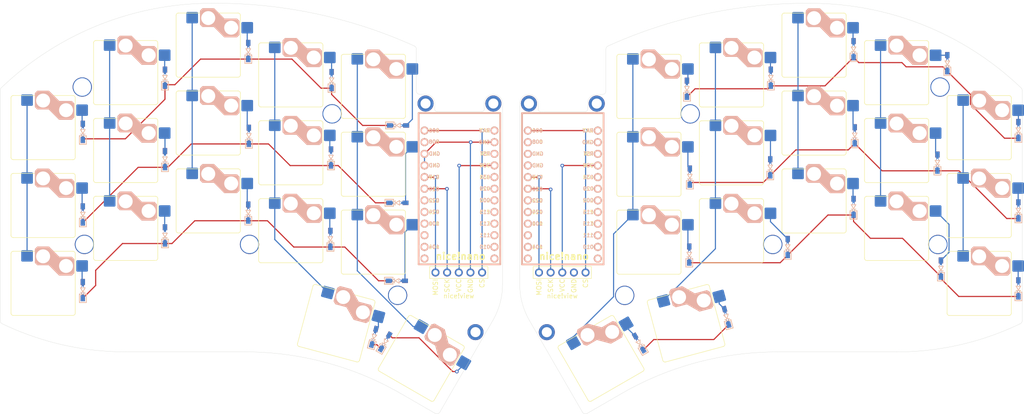
<source format=kicad_pcb>
(kicad_pcb (version 20211014) (generator pcbnew)
  (layers (0 "F.Cu" signal) (31 "B.Cu" signal) (34 "B.Paste" user) (35 "F.Paste" user) (36 "B.SilkS" user "B.Silkscreen") (37 "F.SilkS" user "F.Silkscreen") (38 "B.Mask" user) (39 "F.Mask" user) (44 "Edge.Cuts" user))
  (net 0 "")
  (net 1 "ROW0")
  (net 2 "Net-(D1-Pad2)")
  (net 3 "Net-(D2-Pad2)")
  (net 4 "Net-(D3-Pad2)")
  (net 5 "Net-(D4-Pad2)")
  (net 6 "Net-(D5-Pad2)")
  (net 7 "ROW1")
  (net 8 "Net-(D6-Pad2)")
  (net 9 "Net-(D7-Pad2)")
  (net 10 "Net-(D8-Pad2)")
  (net 11 "Net-(D9-Pad2)")
  (net 12 "Net-(D10-Pad2)")
  (net 13 "ROW2")
  (net 14 "Net-(D11-Pad2)")
  (net 15 "Net-(D12-Pad2)")
  (net 16 "Net-(D13-Pad2)")
  (net 17 "Net-(D14-Pad2)")
  (net 18 "Net-(D15-Pad2)")
  (net 19 "ROW3")
  (net 20 "Net-(D16-Pad2)")
  (net 21 "Net-(D17-Pad2)")
  (net 22 "Net-(D18-Pad2)")
  (net 23 "Net-(D19-Pad2)")
  (net 24 "Net-(D20-Pad2)")
  (net 25 "Net-(D21-Pad2)")
  (net 26 "Net-(D22-Pad2)")
  (net 27 "Net-(D23-Pad2)")
  (net 28 "Net-(D24-Pad2)")
  (net 29 "Net-(D25-Pad2)")
  (net 30 "Net-(D26-Pad2)")
  (net 31 "Net-(D27-Pad2)")
  (net 32 "Net-(D28-Pad2)")
  (net 33 "Net-(D29-Pad2)")
  (net 34 "Net-(D30-Pad2)")
  (net 35 "Net-(D31-Pad2)")
  (net 36 "Net-(D32-Pad2)")
  (net 37 "Net-(D33-Pad2)")
  (net 38 "Net-(D34-Pad2)")
  (net 39 "COL0")
  (net 40 "COL1")
  (net 41 "COL2")
  (net 42 "COL3")
  (net 43 "COL4")
  (net 44 "NVCS")
  (net 46 "GND")
  (net 47 "MOSI")
  (net 48 "SCK")
  (net 61 "+3V3")
  (net 84 "R_MOSI")
  (net 85 "R_SCK")
  (net 86 "R_3V3")
  (net 87 "R_GND")
  (net 88 "R_NVCS")
  (net 89 "R_ROW0")
  (net 90 "R_ROW1")
  (net 91 "R_ROW2")
  (net 92 "R_ROW3")
  (net 93 "R_COL0")
  (net 94 "R_COL1")
  (net 95 "R_COL2")
  (net 96 "R_COL3")
  (net 97 "R_COL4")
  (footprint "* duckyb-collection:SMD_Diode_Tiny" (layer "F.Cu") (at 188.214 35.306 90)
    (fp_text reference "D19" hide)
    (fp_text value "diode" hide)
  )
  (footprint "* duckyb-collection:SMD_Diode_Tiny" (layer "F.Cu") (at 226.695 32.131 90)
    (fp_text reference "D21" hide)
    (fp_text value "diode" hide)
  )
  (footprint "* duckyb-collection:SW_Hotswap_Kailh_Choc_V1_tweaked" (layer "F.Cu") (at 29.567 63.189499)
    (fp_text reference "SW6")
    (fp_text value "Kailh-Choc")
  )
  (footprint "* duckyb-collection:SMD_Diode_Tiny" (layer "F.Cu") (at 224.536 53.848 90)
    (fp_text reference "D26" hide)
    (fp_text value "diode" hide)
  )
  (footprint "* duckyb-collection:SW_Hotswap_Kailh_Choc_V1_tweaked" (layer "F.Cu") (at 179.637753 34.699974)
    (fp_text reference "SW19")
    (fp_text value "Kailh-Choc")
  )
  (footprint "* duckyb-collection:SW_Hotswap_Kailh_Choc_V1_tweaked" (layer "F.Cu") (at 47.567003 68.189504)
    (fp_text reference "SW12")
    (fp_text value "Kailh-Choc")
  )
  (footprint "* duckyb-collection:SMD_Diode_Tiny" (layer "F.Cu") (at 159.512 93.218 120)
    (fp_text reference "D33" hide)
    (fp_text value "diode" hide)
  )
  (footprint "* duckyb-collection:SW_Hotswap_Kailh_Choc_V1_tweaked" (layer "F.Cu") (at 233.636756 63.200468)
    (fp_text reference "SW27")
    (fp_text value "Kailh-Choc")
  )
  (footprint "* duckyb-collection:SMD_Diode_Tiny" (layer "F.Cu") (at 106.807 62.611)
    (fp_text reference "D10" hide)
    (fp_text value "diode" hide)
  )
  (footprint "swoop:M2_hole_4.2mm" (layer "F.Cu") (at 74.567002 71.688999)
    (fp_text reference "H4" hide)
    (fp_text value "M2 Hole" hide)
  )
  (footprint "chocolad:M2_hole_3.5mm" (layer "F.Cu") (at 112.941827 40.939627)
    (fp_text reference "Ref**" hide)
    (fp_text value "Val**" hide)
  )
  (footprint "* duckyb-collection:SW_Hotswap_Kailh_Choc_V1_tweaked" (layer "F.Cu") (at 197.636754 45.199969)
    (fp_text reference "SW25")
    (fp_text value "Kailh-Choc")
  )
  (footprint "* duckyb-collection:SMD_Diode_Tiny" (layer "F.Cu") (at 188.087 54.864 90)
    (fp_text reference "D24" hide)
    (fp_text value "diode" hide)
  )
  (footprint "* duckyb-collection:SMD_Diode_Tiny" (layer "F.Cu") (at 170.561 56.896 90)
    (fp_text reference "D23" hide)
    (fp_text value "diode" hide)
  )
  (footprint "* duckyb-collection:SMD_Diode_Tiny" (layer "F.Cu") (at 169.926 37.719 90)
    (fp_text reference "D18" hide)
    (fp_text value "diode" hide)
  )
  (footprint "* duckyb-collection:nice_view" (layer "F.Cu") (at 120.1852 61.341)
    (fp_text reference "Display1")
    (fp_text value "nice!view")
  )
  (footprint "* duckyb-collection:SMD_Diode_Tiny" (layer "F.Cu") (at 38.227 47.117 90)
    (fp_text reference "D1" hide)
    (fp_text value "diode" hide)
  )
  (footprint "* duckyb-collection:SMD_Diode_Tiny" (layer "F.Cu") (at 106.934 45.72)
    (fp_text reference "D5" hide)
    (fp_text value "diode" hide)
  )
  (footprint "* duckyb-collection:SW_Hotswap_Kailh_Choc_V1_tweaked" (layer "F.Cu") (at 215.636753 51.200467)
    (fp_text reference "SW26")
    (fp_text value "Kailh-Choc")
  )
  (footprint "* duckyb-collection:SW_Hotswap_Kailh_Choc_V1_tweaked" (layer "F.Cu") (at 101.567002 54.189005)
    (fp_text reference "SW10")
    (fp_text value "Kailh-Choc")
  )
  (footprint "* duckyb-collection:SW_Hotswap_Kailh_Choc_V1_tweaked" (layer "F.Cu") (at 83.566 68.689001)
    (fp_text reference "SW14")
    (fp_text value "Kailh-Choc")
  )
  (footprint "* duckyb-collection:SW_Hotswap_Kailh_Choc_V1_tweaked" (layer "F.Cu") (at 233.636758 46.200471)
    (fp_text reference "SW22")
    (fp_text value "Kailh-Choc")
  )
  (footprint "* duckyb-collection:SW_Hotswap_Kailh_Choc_V1_tweaked" (layer "F.Cu") (at 215.636753 68.200473)
    (fp_text reference "SW31")
    (fp_text value "Kailh-Choc")
  )
  (footprint "swoop:M2_hole_3.5mm" (layer "F.Cu") (at 123.828178 90.837404)
    (fp_text reference "Ref**" hide)
    (fp_text value "Val**" hide)
  )
  (footprint "* duckyb-collection:SW_Hotswap_Kailh_Choc_V1_tweaked" (layer "F.Cu") (at 233.636754 80.200471)
    (fp_text reference "SW32")
    (fp_text value "Kailh-Choc")
  )
  (footprint "* duckyb-collection:SMD_Diode_Tiny" (layer "F.Cu") (at 106.68 79.629)
    (fp_text reference "D15" hide)
    (fp_text value "diode" hide)
  )
  (footprint "* duckyb-collection:SMD_Diode_Tiny" (layer "F.Cu") (at 92.329 52.705 90)
    (fp_text reference "D9" hide)
    (fp_text value "diode" hide)
  )
  (footprint "swoop:M2_hole_4.2mm" (layer "F.Cu") (at 92.566001 43.189004)
    (fp_text reference "H3" hide)
    (fp_text value "M2 Hole" hide)
  )
  (footprint "* duckyb-collection:SMD_Diode_Tiny" (layer "F.Cu") (at 206.502 47.879 90)
    (fp_text reference "D25" hide)
    (fp_text value "diode" hide)
  )
  (footprint "* duckyb-collection:SW_Hotswap_Kailh_Choc_V1_tweaked" (layer "F.Cu") (at 197.636757 28.199972)
    (fp_text reference "SW20")
    (fp_text value "Kailh-Choc")
  )
  (footprint "* duckyb-collection:SW_Hotswap_Kailh_Choc_V1_tweaked" (layer "F.Cu") (at 161.636754 54.199974)
    (fp_text reference "SW23")
    (fp_text value "Kailh-Choc")
  )
  (footprint "* duckyb-collection:SMD_Diode_Tiny" (layer "F.Cu") (at 242.189 46.736 90)
    (fp_text reference "D22" hide)
    (fp_text value "diode" hide)
  )
  (footprint "* duckyb-collection:SW_Hotswap_Kailh_Choc_V1_tweaked" (layer "F.Cu") (at 47.567003 51.189498)
    (fp_text reference "SW7")
    (fp_text value "Kailh-Choc")
  )
  (footprint "* duckyb-collection:SW_Hotswap_Kailh_Choc_V1_tweaked" (layer "F.Cu") (at 112.003966 96.567622 -30)
    (fp_text reference "SW17")
    (fp_text value "Kailh-Choc")
  )
  (footprint "* duckyb-collection:SMD_Diode_Tiny" (layer "F.Cu") (at 92.456 35.814 90)
    (fp_text reference "D4" hide)
    (fp_text value "diode" hide)
  )
  (footprint "* duckyb-collection:SW_Hotswap_Kailh_Choc_V1_tweaked" (layer "F.Cu") (at 169.737713 88.899671 15)
    (fp_text reference "SW34")
    (fp_text value "Kailh-Choc")
  )
  (footprint "* duckyb-collection:SW_Hotswap_Kailh_Choc_V1_tweaked" (layer "F.Cu") (at 65.567002 45.189)
    (fp_text reference "SW8")
    (fp_text value "Kailh-Choc")
  )
  (footprint "* duckyb-collection:SMD_Diode_Tiny" (layer "F.Cu") (at 242.189 64.262 90)
    (fp_text reference "D27" hide)
    (fp_text value "diode" hide)
  )
  (footprint "* duckyb-collection:SW_Hotswap_Kailh_Choc_V1_tweaked" (layer "F.Cu") (at 161.636754 37.199971)
    (fp_text reference "SW18")
    (fp_text value "Kailh-Choc")
  )
  (footprint "* duckyb-collection:SMD_Diode_Tiny" (layer "F.Cu") (at 242.189 81.28 90)
    (fp_text reference "D32" hide)
    (fp_text value "diode" hide)
  )
  (footprint "* duckyb-collection:SW_Hotswap_Kailh_Choc_V1_tweaked" (layer "F.Cu") (at 65.567002 62.189001)
    (fp_text reference "SW13")
    (fp_text value "Kailh-Choc")
  )
  (footprint "* duckyb-collection:SW_Hotswap_Kailh_Choc_V1_tweaked" (layer "F.Cu") (at 101.567005 71.188999)
    (fp_text reference "SW15")
    (fp_text value "Kailh-Choc")
  )
  (footprint "* duckyb-collection:SMD_Diode_Tiny" (layer "F.Cu") (at 104.14 92.964 60)
    (fp_text reference "D17" hide)
    (fp_text value "diode" hide)
  )
  (footprint "* duckyb-collection:SMD_Diode_Tiny" (layer "F.Cu") (at 38.227 81.661 90)
    (fp_text reference "D11" hide)
    (fp_text value "diode" hide)
  )
  (footprint "* duckyb-collection:SMD_Diode_Tiny" (layer "F.Cu") (at 191.897 72.266 90)
    (fp_text reference "D29" hide)
    (fp_text value "diode" hide)
  )
  (footprint "* duckyb-collection:nice_nano" (layer "F.Cu") (at 142.871726 60.813636 -90)
    (fp_text reference "U2" hide)
    (fp_text value "nice_nano" hide)
  )
  (footprint "* duckyb-collection:SMD_Diode_Tiny" (layer "F.Cu") (at 56.134 35.306 90)
    (fp_text reference "D2" hide)
    (fp_text value "diode" hide)
  )
  (footprint "* duckyb-collection:SMD_Diode_Tiny" (layer "F.Cu") (at 74.422 47.986 90)
    (fp_text reference "D8" hide)
    (fp_text value "diode" hide)
  )
  (footprint "* duckyb-collection:SMD_Diode_Tiny" (layer "F.Cu") (at 101.678903 91.869098 75)
    (fp_text reference "D16" hide)
    (fp_text value "diode" hide)
  )
  (footprint "* duckyb-collection:SMD_Diode_Tiny" (layer "F.Cu") (at 178.562 87.503 105)
    (fp_text reference "D34" hide)
    (fp_text value "diode" hide)
  )
  (footprint "* duckyb-collection:SW_Hotswap_Kailh_Choc_V1_tweaked" (layer "F.Cu") (at 179.637756 68.69997)
    (fp_text reference "SW29")
    (fp_text value "Kailh-Choc")
  )
  (footprint "* duckyb-collection:SMD_Diode_Tiny" (layer "F.Cu") (at 206.248 29.083 90)
    (fp_text reference "D20" hide)
    (fp_text value "diode" hide)
  )
  (footprint "* duckyb-collection:SW_Hotswap_Kailh_Choc_V1_tweaked" (layer "F.Cu") (at 83.566 51.689)
    (fp_text reference "SW9")
    (fp_text value "Kailh-Choc")
  )
  (footprint "* duckyb-collection:SW_Hotswap_Kailh_Choc_V1_tweaked" (layer "F.Cu") (at 101.567002 37.189002)
    (fp_text reference "SW5")
    (fp_text value "Kailh-Choc")
  )
  (footprint "* duckyb-collection:SMD_Diode_Tiny" (layer "F.Cu") (at 74.295 29.464 90)
    (fp_text reference "D3" hide)
    (fp_text value "diode" hide)
  )
  (footprint "* duckyb-collection:SMD_Diode_Tiny" (layer "F.Cu") (at 92.202 70.485 90)
    (fp_text reference "D14" hide)
    (fp_text value "diode" hide)
  )
  (footprint "* duckyb-collection:SMD_Diode_Tiny" (layer "F.Cu") (at 206.248 63.5 90)
    (fp_text reference "D30" hide)
    (fp_text value "diode" hide)
  )
  (footprint "swoop:M2_hole_4.2mm" (layer "F.Cu") (at 106.848157 82.799433)
    (fp_text reference "H4" hide)
    (fp_text value "M2 Hole" hide)
  )
  (footprint "* duckyb-collection:SMD_Diode_Tiny" (layer "F.Cu") (at 74.295 64.75 90)
    (fp_text reference "D13" hide)
    (fp_text value "diode" hide)
  )
  (footprint "* duckyb-collection:SMD_Diode_Tiny" (layer "F.Cu") (at 56.134 69.723 90)
    (fp_text reference "D12" hide)
    (fp_text value "diode" hide)
  )
  (footprint "* duckyb-collection:SMD_Diode_Tiny" (layer "F.Cu") (at 170.434 73.914 90)
    (fp_text reference "D28" hide)
    (fp_text value "diode" hide)
  )
  (footprint "* duckyb-collection:SW_Hotswap_Kailh_Choc_V1_tweaked" (layer "F.Cu") (at 29.567002 80.189502)
    (fp_text reference "SW11")
    (fp_text value "Kailh-Choc")
  )
  (footprint "* duckyb-collection:SMD_Diode_Tiny" (layer "F.Cu") (at 56.134 53.086 90)
    (fp_text reference "D7" hide)
    (fp_text value "diode" hide)
  )
  (footprint "* duckyb-collection:SW_Hotswap_Kailh_Choc_V1_tweaked" (layer "F.Cu") (at 215.636755 34.200472)
    (fp_text reference "SW21")
    (fp_text value "Kailh-Choc")
  )
  (footprint "* duckyb-collection:SMD_Diode_Tiny" (layer "F.Cu") (at 225.298 76.962 90)
    (fp_text reference "D31" hide)
    (fp_text value "diode" hide)
  )
  (footprint "* duckyb-collection:SW_Hotswap_Kailh_Choc_V1_tweaked" (layer "F.Cu") (at 151.19979 96.578591 30)
    (fp_text reference "SW33")
    (fp_text value "Kailh-Choc")
  )
  (footprint "swoop:M2_hole_4.2mm" (layer "F.Cu") (at 38.1 37.338)
    (fp_text reference "H1" hide)
    (fp_text value "M2 Hole" hide)
  )
  (footprint "* duckyb-collection:SW_Hotswap_Kailh_Choc_V1_tweaked" (layer "F.Cu") (at 179.637756 51.699969)
    (fp_text reference "SW24")
    (fp_text value "Kailh-Choc")
  )
  (footprint "* duckyb-collection:nice_view" (layer "F.Cu") (at 142.748 61.341)
    (fp_text reference "Display2")
    (fp_text value "nice!view")
  )
  (footprint "chocolad:M2_hole_3.5mm" (layer "F.Cu") (at 127.723149 40.93917)
    (fp_text reference "Ref**" hide)
    (fp_text value "Val**" hide)
  )
  (footprint "* duckyb-collection:SW_Hotswap_Kailh_Choc_V1_tweaked" (layer "F.Cu") (at 83.566003 34.689005)
    (fp_text reference "SW4")
    (fp_text value "Kailh-Choc")
  )
  (footprint "* duckyb-collection:SW_Hotswap_Kailh_Choc_V1_tweaked" (layer "F.Cu") (at 47.567001 34.189503)
    (fp_text reference "SW2")
    (fp_text value "Kailh-Choc")
  )
  (footprint "* duckyb-collection:SW_Hotswap_Kailh_Choc_V1_tweaked" (layer "F.Cu") (at 197.636754 62.19997)
    (fp_text reference "SW30")
    (fp_text value "Kailh-Choc")
  )
  (footprint "swoop:M2_hole_4.2mm" (layer "F.Cu") (at 38.567002 71.6895)
    (fp_text reference "H2" hide)
    (fp_text value "M2 Hole" hide)
  )
  (footprint "* duckyb-collection:SW_Hotswap_Kailh_Choc_V1_tweaked" (layer "F.Cu") (at 93.466043 88.888702 -15)
    (fp_text reference "SW16")
    (fp_text value "Kailh-Choc")
  )
  (footprint "* duckyb-collection:SW_Hotswap_Kailh_Choc_V1_tweaked" (layer "F.Cu") (at 65.566999 28.189003)
    (fp_text reference "SW3")
    (fp_text value "Kailh-Choc")
  )
  (footprint "* duckyb-collection:SMD_Diode_Tiny" (layer "F.Cu") (at 38.227 65.151 90)
    (fp_text reference "D6" hide)
    (fp_text value "diode" hide)
  )
  (footprint "* duckyb-collection:SW_Hotswap_Kailh_Choc_V1_tweaked" (layer "F.Cu") (at 161.636751 71.199968)
    (fp_text reference "SW28")
    (fp_text value "Kailh-Choc")
  )
  (footprint "* duckyb-collection:nice_nano" (layer "F.Cu") (at 120.33203 60.802667 -90)
    (fp_text reference "U1" hide)
    (fp_text value "nice_nano" hide)
  )
  (footprint "* duckyb-collection:SW_Hotswap_Kailh_Choc_V1_tweaked" (layer "F.Cu") (at 29.566998 46.189502)
    (fp_text reference "SW1")
    (fp_text value "Kailh-Choc")
  )
  (footprint "swoop:M2_hole_4.2mm" (layer "B.Cu") (at 224.636754 71.700469 180)
    (fp_text reference "H2" hide)
    (fp_text value "M2 Hole" hide)
  )
  (footprint "chocolad:M2_hole_3.5mm" (layer "B.Cu") (at 150.261929 40.950596 180)
    (fp_text reference "Ref**" hide)
    (fp_text value "Val**" hide)
  )
  (footprint "swoop:M2_hole_3.5mm" (layer "B.Cu") (at 139.375578 90.848373 180)
    (fp_text reference "Ref**" hide)
    (fp_text value "Val**" hide)
  )
  (footprint "swoop:M2_hole_4.2mm" (layer "B.Cu") (at 156.355599 82.810402 180)
    (fp_text reference "H4" hide)
    (fp_text value "M2 Hole" hide)
  )
  (footprint "swoop:M2_hole_4.2mm" (layer "B.Cu") (at 225.103756 37.348969 180)
    (fp_text reference "H1" hide)
    (fp_text value "M2 Hole" hide)
  )
  (footprint "chocolad:M2_hole_3.5mm" (layer "B.Cu") (at 135.480607 40.950139 180)
    (fp_text reference "Ref**" hide)
    (fp_text value "Val**" hide)
  )
  (footprint "swoop:M2_hole_4.2mm" (layer "B.Cu") (at 170.637755 43.199973 180)
    (fp_text reference "H3" hide)
    (fp_text value "M2 Hole" hide)
  )
  (footprint "swoop:M2_hole_4.2mm" (layer "B.Cu") (at 188.636754 71.699968 180)
    (fp_text reference "H4" hide)
    (fp_text value "M2 Hole" hide)
  )
  (gr_arc (start 152.701925 28.391875) (mid 174.274995 21.32976) (end 196.861371 19.065606) (layer "Edge.Cuts") (width 0.05))
  (gr_line (start 115.441935 42.689513) (end 125.222779 42.688909) (layer "Edge.Cuts") (width 0.05))
  (gr_arc (start 125.722785 42.188908) (mid 125.576368 42.542518) (end 125.222779 42.688909) (layer "Edge.Cuts") (width 0.05))
  (gr_arc (start 133.48067 40.950103) (mid 134.066422 39.535821) (end 135.480659 38.949961) (layer "Edge.Cuts") (width 0.05))
  (gr_arc (start 127.723097 38.938992) (mid 129.137336 39.524856) (end 129.723086 40.939134) (layer "Edge.Cuts") (width 0.05))
  (gr_line (start 111.691831 38.939623) (end 112.941771 38.939445) (layer "Edge.Cuts") (width 0.05))
  (gr_line (start 20.192039 38.064528) (end 20.192039 88.314435) (layer "Edge.Cuts") (width 0.05))
  (gr_arc (start 243.011717 88.325404) (mid 242.901088 88.716601) (end 242.601924 88.991874) (layer "Edge.Cuts") (width 0.05))
  (gr_arc (start 242.601924 88.991874) (mid 229.466832 93.594846) (end 215.636327 95.155331) (layer "Edge.Cuts") (width 0.05))
  (gr_arc (start 115.441935 42.689513) (mid 115.088418 42.543043) (end 114.941936 42.18951) (layer "Edge.Cuts") (width 0.05))
  (gr_arc (start 148.167405 108.57681) (mid 147.598301 108.651697) (end 147.142886 108.302291) (layer "Edge.Cuts") (width 0.05))
  (gr_arc (start 73.573225 95.144362) (mid 91.16979 97.461107) (end 107.567063 104.253442) (layer "Edge.Cuts") (width 0.05))
  (gr_line (start 155.636693 104.264411) (end 148.167405 108.57681) (layer "Edge.Cuts") (width 0.05))
  (gr_line (start 152.261924 29.074636) (end 152.261924 38.200591) (layer "Edge.Cuts") (width 0.05))
  (gr_line (start 148.26182 42.200479) (end 148.262001 40.950547) (layer "Edge.Cuts") (width 0.05))
  (gr_arc (start 152.261924 38.200591) (mid 152.042226 38.730892) (end 151.511925 38.950592) (layer "Edge.Cuts") (width 0.05))
  (gr_line (start 125.722785 42.188908) (end 125.722961 40.938983) (layer "Edge.Cuts") (width 0.05))
  (gr_line (start 115.036351 108.565841) (end 107.567063 104.253442) (layer "Edge.Cuts") (width 0.05))
  (gr_line (start 137.480795 40.949952) (end 137.480971 42.199877) (layer "Edge.Cuts") (width 0.05))
  (gr_arc (start 196.861371 19.065606) (mid 221.615657 23.858629) (end 242.791926 37.544875) (layer "Edge.Cuts") (width 0.05))
  (gr_arc (start 20.192039 38.064528) (mid 20.249161 37.777358) (end 20.41183 37.533906) (layer "Edge.Cuts") (width 0.05))
  (gr_line (start 73.573225 95.144362) (end 47.567429 95.144362) (layer "Edge.Cuts") (width 0.05))
  (gr_arc (start 47.567429 95.144362) (mid 33.736924 93.583877) (end 20.601832 88.980905) (layer "Edge.Cuts") (width 0.05))
  (gr_line (start 135.590793 88.29371) (end 147.142886 108.302291) (layer "Edge.Cuts") (width 0.05))
  (gr_arc (start 155.636693 104.264411) (mid 172.033966 97.472076) (end 189.630531 95.155331) (layer "Edge.Cuts") (width 0.05))
  (gr_arc (start 129.723339 80.406277) (mid 129.186661 84.483436) (end 127.612963 88.282741) (layer "Edge.Cuts") (width 0.05))
  (gr_arc (start 135.480659 38.949961) (mid 136.894963 39.535692) (end 137.480795 40.949952) (layer "Edge.Cuts") (width 0.05))
  (gr_arc (start 110.501831 28.380906) (mid 110.822272 28.657558) (end 110.941832 29.063667) (layer "Edge.Cuts") (width 0.05))
  (gr_arc (start 242.791926 37.544875) (mid 242.954595 37.788327) (end 243.011717 38.075497) (layer "Edge.Cuts") (width 0.05))
  (gr_arc (start 135.590793 88.29371) (mid 134.017095 84.494405) (end 133.480417 80.417246) (layer "Edge.Cuts") (width 0.05))
  (gr_line (start 133.480417 80.417246) (end 133.48067 40.950103) (layer "Edge.Cuts") (width 0.05))
  (gr_line (start 150.261985 38.950414) (end 151.511925 38.950592) (layer "Edge.Cuts") (width 0.05))
  (gr_arc (start 152.261924 29.074636) (mid 152.381484 28.668527) (end 152.701925 28.391875) (layer "Edge.Cuts") (width 0.05))
  (gr_arc (start 20.41183 37.533906) (mid 41.5881 23.84766) (end 66.342385 19.054637) (layer "Edge.Cuts") (width 0.05))
  (gr_line (start 116.06087 108.291322) (end 127.612963 88.282741) (layer "Edge.Cuts") (width 0.05))
  (gr_arc (start 148.26182 42.200479) (mid 148.115346 42.554005) (end 147.761821 42.700482) (layer "Edge.Cuts") (width 0.05))
  (gr_line (start 215.636327 95.155331) (end 189.630531 95.155331) (layer "Edge.Cuts") (width 0.05))
  (gr_line (start 137.980977 42.699878) (end 147.761821 42.700482) (layer "Edge.Cuts") (width 0.05))
  (gr_arc (start 116.06087 108.291322) (mid 115.60547 108.640724) (end 115.036351 108.565841) (layer "Edge.Cuts") (width 0.05))
  (gr_arc (start 66.342385 19.054637) (mid 88.928761 21.318791) (end 110.501831 28.380906) (layer "Edge.Cuts") (width 0.05))
  (gr_line (start 129.723086 40.939134) (end 129.723339 80.406277) (layer "Edge.Cuts") (width 0.05))
  (gr_arc (start 125.722961 40.938983) (mid 126.308799 39.524719) (end 127.723097 38.938992) (layer "Edge.Cuts") (width 0.05))
  (gr_arc (start 111.691831 38.939623) (mid 111.161537 38.71993) (end 110.941832 38.189622) (layer "Edge.Cuts") (width 0.05))
  (gr_line (start 243.011717 88.325404) (end 243.011717 38.075497) (layer "Edge.Cuts") (width 0.05))
  (gr_line (start 114.941755 40.939578) (end 114.941936 42.18951) (layer "Edge.Cuts") (width 0.05))
  (gr_arc (start 137.980977 42.699878) (mid 137.627378 42.553474) (end 137.480971 42.199877) (layer "Edge.Cuts") (width 0.05))
  (gr_arc (start 112.941771 38.939445) (mid 114.355976 39.52533) (end 114.941755 40.939578) (layer "Edge.Cuts") (width 0.05))
  (gr_arc (start 148.262001 40.950547) (mid 148.84778 39.536299) (end 150.261985 38.950414) (layer "Edge.Cuts") (width 0.05))
  (gr_arc (start 20.601832 88.980905) (mid 20.302668 88.705632) (end 20.192039 88.314435) (layer "Edge.Cuts") (width 0.05))
  (gr_line (start 110.941832 38.189622) (end 110.941832 29.063667) (layer "Edge.Cuts") (width 0.05))
  (segment (start 56.134 40.005) (end 56.134 37.081) (width 0.25) (layer "F.Cu") (net 1))
  (segment (start 56.134 37.081) (end 56.385 36.83) (width 0.25) (layer "F.Cu") (net 1))
  (segment (start 63.884 31.239) (end 74.295 31.239) (width 0.25) (layer "F.Cu") (net 1))
  (segment (start 38.478 48.641) (end 47.498 48.641) (width 0.25) (layer "F.Cu") (net 1))
  (segment (start 90.163552 37.589) (end 92.456 37.589) (width 0.25) (layer "F.Cu") (net 1))
  (segment (start 92.456 37.589) (end 92.456 38.946893) (width 0.25) (layer "F.Cu") (net 1))
  (segment (start 74.295 31.239) (end 83.813552 31.239) (width 0.25) (layer "F.Cu") (net 1))
  (segment (start 38.227 48.892) (end 38.478 48.641) (width 0.25) (layer "F.Cu") (net 1))
  (segment (start 83.813552 31.239) (end 90.163552 37.589) (width 0.25) (layer "F.Cu") (net 1))
  (segment (start 47.498 48.641) (end 56.134 40.005) (width 0.25) (layer "F.Cu") (net 1))
  (segment (start 99.229107 45.72) (end 105.159 45.72) (width 0.25) (layer "F.Cu") (net 1))
  (segment (start 92.456 38.946893) (end 99.229107 45.72) (width 0.25) (layer "F.Cu") (net 1))
  (segment (start 56.385 36.83) (end 58.293 36.83) (width 0.25) (layer "F.Cu") (net 1))
  (segment (start 58.293 36.83) (end 63.884 31.239) (width 0.25) (layer "F.Cu") (net 1))
  (segment (start 38.066998 42.389502) (end 38.066998 45.181998) (width 0.25) (layer "B.Cu") (net 2))
  (segment (start 38.066998 45.181998) (end 38.227 45.342) (width 0.25) (layer "B.Cu") (net 2))
  (segment (start 56.067001 30.389503) (end 56.067001 33.464001) (width 0.25) (layer "B.Cu") (net 3))
  (segment (start 56.067001 33.464001) (end 56.134 33.531) (width 0.25) (layer "B.Cu") (net 3))
  (segment (start 74.066999 27.460999) (end 74.295 27.689) (width 0.25) (layer "B.Cu") (net 4))
  (segment (start 74.066999 24.389003) (end 74.066999 27.460999) (width 0.25) (layer "B.Cu") (net 4))
  (segment (start 92.456 31.279002) (end 92.456 34.039) (width 0.25) (layer "B.Cu") (net 5))
  (segment (start 92.066003 30.889005) (end 92.456 31.279002) (width 0.25) (layer "B.Cu") (net 5))
  (segment (start 110.067002 33.389002) (end 110.067002 44.361998) (width 0.25) (layer "B.Cu") (net 6))
  (segment (start 110.067002 44.361998) (end 108.709 45.72) (width 0.25) (layer "B.Cu") (net 6))
  (segment (start 92.329 54.48) (end 93.88689 54.48) (width 0.25) (layer "F.Cu") (net 7))
  (segment (start 78.704183 49.761) (end 83.423183 54.48) (width 0.25) (layer "F.Cu") (net 7))
  (segment (start 56.134 54.861) (end 56.258 54.737) (width 0.25) (layer "F.Cu") (net 7))
  (segment (start 102.01789 62.611) (end 105.032 62.611) (width 0.25) (layer "F.Cu") (net 7))
  (segment (start 56.896 54.737) (end 61.872 49.761) (width 0.25) (layer "F.Cu") (net 7))
  (segment (start 50.292 54.861) (end 56.134 54.861) (width 0.25) (layer "F.Cu") (net 7))
  (segment (start 74.422 49.761) (end 78.704183 49.761) (width 0.25) (layer "F.Cu") (net 7))
  (segment (start 83.423183 54.48) (end 92.329 54.48) (width 0.25) (layer "F.Cu") (net 7))
  (segment (start 56.258 54.737) (end 56.896 54.737) (width 0.25) (layer "F.Cu") (net 7))
  (segment (start 38.227 66.926) (end 50.292 54.861) (width 0.25) (layer "F.Cu") (net 7))
  (segment (start 61.872 49.761) (end 74.422 49.761) (width 0.25) (layer "F.Cu") (net 7))
  (segment (start 93.88689 54.48) (end 102.01789 62.611) (width 0.25) (layer "F.Cu") (net 7))
  (segment (start 38.067 63.216) (end 38.227 63.376) (width 0.25) (layer "B.Cu") (net 8))
  (segment (start 38.067 59.389499) (end 38.067 63.216) (width 0.25) (layer "B.Cu") (net 8))
  (segment (start 56.134 47.456495) (end 56.134 51.311) (width 0.25) (layer "B.Cu") (net 9))
  (segment (start 56.067003 47.389498) (end 56.134 47.456495) (width 0.25) (layer "B.Cu") (net 9))
  (segment (start 74.067002 41.389) (end 74.067002 45.856002) (width 0.25) (layer "B.Cu") (net 10))
  (segment (start 74.067002 45.856002) (end 74.422 46.211) (width 0.25) (layer "B.Cu") (net 10))
  (segment (start 92.066 50.667) (end 92.329 50.93) (width 0.25) (layer "B.Cu") (net 11))
  (segment (start 92.066 47.889) (end 92.066 50.667) (width 0.25) (layer "B.Cu") (net 11))
  (segment (start 110.067002 50.389005) (end 108.582 51.874007) (width 0.25) (layer "B.Cu") (net 12))
  (segment (start 108.582 51.874007) (end 108.582 62.611) (width 0.25) (layer "B.Cu") (net 12))
  (segment (start 41.021 80.642) (end 41.021 77.343) (width 0.25) (layer "F.Cu") (net 13))
  (segment (start 102.70456 79.629) (end 104.905 79.629) (width 0.25) (layer "F.Cu") (net 13))
  (segment (start 41.021 77.343) (end 46.866 71.498) (width 0.25) (layer "F.Cu") (net 13))
  (segment (start 84.203182 72.26) (end 92.202 72.26) (width 0.25) (layer "F.Cu") (net 13))
  (segment (start 62.634 66.525) (end 74.295 66.525) (width 0.25) (layer "F.Cu") (net 13))
  (segment (start 56.134 71.498) (end 57.661 71.498) (width 0.25) (layer "F.Cu") (net 13))
  (segment (start 78.468182 66.525) (end 84.203182 72.26) (width 0.25) (layer "F.Cu") (net 13))
  (segment (start 74.295 66.525) (end 78.468182 66.525) (width 0.25) (layer "F.Cu") (net 13))
  (segment (start 38.227 83.436) (end 41.021 80.642) (width 0.25) (layer "F.Cu") (net 13))
  (segment (start 95.33556 72.26) (end 102.70456 79.629) (width 0.25) (layer "F.Cu") (net 13))
  (segment (start 57.661 71.498) (end 62.634 66.525) (width 0.25) (layer "F.Cu") (net 13))
  (segment (start 46.866 71.498) (end 56.134 71.498) (width 0.25) (layer "F.Cu") (net 13))
  (segment (start 92.202 72.26) (end 95.33556 72.26) (width 0.25) (layer "F.Cu") (net 13))
  (segment (start 38.067002 79.726002) (end 38.227 79.886) (width 0.25) (layer "B.Cu") (net 14))
  (segment (start 38.067002 76.389502) (end 38.067002 79.726002) (width 0.25) (layer "B.Cu") (net 14))
  (segment (start 56.067003 64.389504) (end 56.067003 67.881003) (width 0.25) (layer "B.Cu") (net 15))
  (segment (start 56.067003 67.881003) (end 56.134 67.948) (width 0.25) (layer "B.Cu") (net 15))
  (segment (start 74.067002 58.389001) (end 74.067002 62.747002) (width 0.25) (layer "B.Cu") (net 16))
  (segment (start 74.067002 62.747002) (end 74.295 62.975) (width 0.25) (layer "B.Cu") (net 16))
  (segment (start 92.066 64.889001) (end 92.066 68.574) (width 0.25) (layer "B.Cu") (net 17))
  (segment (start 92.066 68.574) (end 92.202 68.71) (width 0.25) (layer "B.Cu") (net 17))
  (segment (start 110.067005 67.388999) (end 108.455 69.001004) (width 0.25) (layer "B.Cu") (net 18))
  (segment (start 108.455 69.001004) (end 108.455 79.629) (width 0.25) (layer "B.Cu") (net 18))
  (segment (start 101.219499 93.583616) (end 102.334921 93.583616) (width 0.25) (layer "F.Cu") (net 19))
  (segment (start 102.334921 93.583616) (end 103.2525 94.501195) (width 0.25) (layer "F.Cu") (net 19))
  (segment (start 102.659925 89.632962) (end 102.138307 90.15458) (width 0.25) (layer "B.Cu") (net 20))
  (segment (start 102.659925 87.418146) (end 102.659925 89.632962) (width 0.25) (layer "B.Cu") (net 20))
  (segment (start 105.675695 92.075) (end 111.506 92.075) (width 0.25) (layer "F.Cu") (net 21))
  (segment (start 105.0275 91.426805) (end 105.675695 92.075) (width 0.25) (layer "F.Cu") (net 21))
  (segment (start 118.872 99.441) (end 119.761 99.441) (width 0.25) (layer "F.Cu") (net 21))
  (segment (start 111.506 92.075) (end 118.872 99.441) (width 0.25) (layer "F.Cu") (net 21))
  (via (at 119.761 99.441) (size 0.8) (drill 0.4) (layers "F.Cu" "B.Cu") (net 21))
  (segment (start 119.761 99.441) (end 121.265182 97.936818) (width 0.25) (layer "B.Cu") (net 21))
  (segment (start 121.265182 97.936818) (end 121.265182 97.526725) (width 0.25) (layer "B.Cu") (net 21))
  (segment (start 170.136754 33.399971) (end 170.136754 35.733246) (width 0.25) (layer "B.Cu") (net 22))
  (segment (start 170.136754 35.733246) (end 169.926 35.944) (width 0.25) (layer "B.Cu") (net 22))
  (segment (start 188.137753 30.899974) (end 188.137753 33.454753) (width 0.25) (layer "B.Cu") (net 23))
  (segment (start 188.137753 33.454753) (end 188.214 33.531) (width 0.25) (layer "B.Cu") (net 23))
  (segment (start 206.136757 27.196757) (end 206.248 27.308) (width 0.25) (layer "B.Cu") (net 24))
  (segment (start 206.136757 24.399972) (end 206.136757 27.196757) (width 0.25) (layer "B.Cu") (net 24))
  (segment (start 226.650528 30.400472) (end 226.695 30.356) (width 0.25) (layer "B.Cu") (net 25))
  (segment (start 224.136755 30.400472) (end 226.650528 30.400472) (width 0.25) (layer "B.Cu") (net 25))
  (segment (start 242.189 42.452713) (end 242.189 44.961) (width 0.25) (layer "B.Cu") (net 26))
  (segment (start 242.136758 42.400471) (end 242.189 42.452713) (width 0.25) (layer "B.Cu") (net 26))
  (segment (start 170.136754 54.696754) (end 170.561 55.121) (width 0.25) (layer "B.Cu") (net 27))
  (segment (start 170.136754 50.399974) (end 170.136754 54.696754) (width 0.25) (layer "B.Cu") (net 27))
  (segment (start 188.137756 53.038244) (end 188.087 53.089) (width 0.25) (layer "B.Cu") (net 28))
  (segment (start 188.137756 47.899969) (end 188.137756 53.038244) (width 0.25) (layer "B.Cu") (net 28))
  (segment (start 206.136754 45.738754) (end 206.502 46.104) (width 0.25) (layer "B.Cu") (net 29))
  (segment (start 206.136754 41.399969) (end 206.136754 45.738754) (width 0.25) (layer "B.Cu") (net 29))
  (segment (start 224.136753 47.400467) (end 224.136753 51.673753) (width 0.25) (layer "B.Cu") (net 30))
  (segment (start 224.136753 51.673753) (end 224.536 52.073) (width 0.25) (layer "B.Cu") (net 30))
  (segment (start 242.136756 62.434756) (end 242.189 62.487) (width 0.25) (layer "B.Cu") (net 31))
  (segment (start 242.136756 59.400468) (end 242.136756 62.434756) (width 0.25) (layer "B.Cu") (net 31))
  (segment (start 170.136751 67.399968) (end 170.136751 71.841751) (width 0.25) (layer "B.Cu") (net 32))
  (segment (start 170.136751 71.841751) (end 170.434 72.139) (width 0.25) (layer "B.Cu") (net 32))
  (segment (start 188.137756 64.89997) (end 188.137756 66.731756) (width 0.25) (layer "B.Cu") (net 33))
  (segment (start 188.137756 66.731756) (end 191.897 70.491) (width 0.25) (layer "B.Cu") (net 33))
  (segment (start 206.136754 58.39997) (end 206.136754 61.613754) (width 0.25) (layer "B.Cu") (net 34))
  (segment (start 206.136754 61.613754) (end 206.248 61.725) (width 0.25) (layer "B.Cu") (net 34))
  (segment (start 227.061265 67.324985) (end 224.136753 64.400473) (width 0.25) (layer "B.Cu") (net 35))
  (segment (start 227.061265 73.423735) (end 227.061265 67.324985) (width 0.25) (layer "B.Cu") (net 35))
  (segment (start 225.298 75.187) (end 227.061265 73.423735) (width 0.25) (layer "B.Cu") (net 35))
  (segment (start 242.136754 76.400471) (end 242.136754 79.452754) (width 0.25) (layer "B.Cu") (net 36))
  (segment (start 242.136754 79.452754) (end 242.189 79.505) (width 0.25) (layer "B.Cu") (net 36))
  (segment (start 156.661006 89.717311) (end 158.6245 91.680805) (width 0.25) (layer "B.Cu") (net 37))
  (segment (start 156.661006 89.037694) (end 156.661006 89.717311) (width 0.25) (layer "B.Cu") (net 37))
  (segment (start 176.96457 83.029191) (end 176.96457 84.650456) (width 0.25) (layer "B.Cu") (net 38))
  (segment (start 176.96457 84.650456) (end 178.102596 85.788482) (width 0.25) (layer "B.Cu") (net 38))
  (segment (start 26.067 40.189504) (end 26.067 57.189499) (width 0.25) (layer "B.Cu") (net 39))
  (segment (start 26.066998 40.189502) (end 26.067 40.189504) (width 0.25) (layer "B.Cu") (net 39))
  (segment (start 26.067 74.1895) (end 26.067002 74.189502) (width 0.25) (layer "B.Cu") (net 39))
  (segment (start 26.067 57.189499) (end 26.067 74.1895) (width 0.25) (layer "B.Cu") (net 39))
  (segment (start 44.067001 28.189503) (end 44.067001 45.189496) (width 0.25) (layer "B.Cu") (net 40))
  (segment (start 44.067003 45.189498) (end 44.067003 62.189504) (width 0.25) (layer "B.Cu") (net 40))
  (segment (start 44.067001 45.189496) (end 44.067003 45.189498) (width 0.25) (layer "B.Cu") (net 40))
  (segment (start 62.066999 22.189003) (end 62.066999 39.188997) (width 0.25) (layer "B.Cu") (net 41))
  (segment (start 62.066999 39.188997) (end 62.067002 39.189) (width 0.25) (layer "B.Cu") (net 41))
  (segment (start 62.067002 39.189) (end 62.067002 56.189001) (width 0.25) (layer "B.Cu") (net 41))
  (segment (start 80.066003 45.688997) (end 80.066 45.689) (width 0.25) (layer "B.Cu") (net 42))
  (segment (start 80.066003 28.689005) (end 80.066003 45.688997) (width 0.25) (layer "B.Cu") (net 42))
  (segment (start 80.066 62.689001) (end 80.066 70.615063) (width 0.25) (layer "B.Cu") (net 42))
  (segment (start 80.066 62.689001) (end 80.066 45.689) (width 0.25) (layer "B.Cu") (net 42))
  (segment (start 80.066 70.615063) (end 91.638217 82.18728) (width 0.25) (layer "B.Cu") (net 42))
  (segment (start 98.067002 48.189005) (end 98.067002 65.188996) (width 0.25) (layer "B.Cu") (net 43))
  (segment (start 110.241417 89.62147) (end 111.972877 89.62147) (width 0.25) (layer "B.Cu") (net 43))
  (segment (start 98.067002 65.188996) (end 98.067005 65.188999) (width 0.25) (layer "B.Cu") (net 43))
  (segment (start 98.067005 77.447058) (end 110.241417 89.62147) (width 0.25) (layer "B.Cu") (net 43))
  (segment (start 98.067002 31.189002) (end 98.067002 48.189005) (width 0.25) (layer "B.Cu") (net 43))
  (segment (start 98.067005 65.188999) (end 98.067005 77.447058) (width 0.25) (layer "B.Cu") (net 43))
  (segment (start 125.349 46.863) (end 125.318667 46.832667) (width 0.25) (layer "F.Cu") (net 44))
  (segment (start 125.318667 46.832667) (end 112.71203 46.832667) (width 0.25) (layer "F.Cu") (net 44))
  (via (at 125.349 46.863) (size 0.8) (drill 0.4) (layers "F.Cu" "B.Cu") (net 44))
  (segment (start 125.2652 77.821) (end 125.2652 46.9468) (width 0.25) (layer "B.Cu") (net 44))
  (segment (start 125.2652 46.9468) (end 125.349 46.863) (width 0.25) (layer "B.Cu") (net 44))
  (segment (start 115.25203 49.372667) (end 112.71203 51.912667) (width 0.25) (layer "F.Cu") (net 46))
  (segment (start 127.95203 49.372667) (end 122.778667 49.372667) (width 0.25) (layer "F.Cu") (net 46))
  (segment (start 122.778667 49.372667) (end 115.25203 49.372667) (width 0.25) (layer "F.Cu") (net 46))
  (via (at 122.778667 49.372667) (size 0.8) (drill 0.4) (layers "F.Cu" "B.Cu") (net 46))
  (segment (start 122.7252 77.821) (end 122.7252 49.426134) (width 0.25) (layer "B.Cu") (net 46))
  (segment (start 122.7252 49.426134) (end 122.778667 49.372667) (width 0.25) (layer "B.Cu") (net 46))
  (segment (start 112.71203 51.912667) (end 112.71203 54.452667) (width 0.25) (layer "B.Cu") (net 46))
  (segment (start 115.062 57.023) (end 112.742363 57.023) (width 0.25) (layer "F.Cu") (net 47))
  (segment (start 112.742363 57.023) (end 112.71203 56.992667) (width 0.25) (layer "F.Cu") (net 47))
  (via (at 115.062 57.023) (size 0.8) (drill 0.4) (layers "F.Cu" "B.Cu") (net 47))
  (segment (start 115.1052 77.821) (end 115.1052 57.0662) (width 0.25) (layer "B.Cu") (net 47))
  (segment (start 115.1052 57.0662) (end 115.062 57.023) (width 0.25) (layer "B.Cu") (net 47))
  (segment (start 117.602 59.563) (end 117.571667 59.532667) (width 0.25) (layer "F.Cu") (net 48))
  (segment (start 117.571667 59.532667) (end 112.71203 59.532667) (width 0.25) (layer "F.Cu") (net 48))
  (via (at 117.602 59.563) (size 0.8) (drill 0.4) (layers "F.Cu" "B.Cu") (net 48))
  (segment (start 117.6452 77.821) (end 117.6452 59.6062) (width 0.25) (layer "B.Cu") (net 48))
  (segment (start 117.6452 59.6062) (end 117.602 59.563) (width 0.25) (layer "B.Cu") (net 48))
  (segment (start 120.269 54.483) (end 125.148957 54.483) (width 0.25) (layer "F.Cu") (net 61))
  (segment (start 125.148957 54.483) (end 125.17929 54.452667) (width 0.25) (layer "F.Cu") (net 61))
  (segment (start 125.17929 54.452667) (end 127.95203 54.452667) (width 0.25) (layer "F.Cu") (net 61))
  (via (at 120.269 54.483) (size 0.8) (drill 0.4) (layers "F.Cu" "B.Cu") (net 61))
  (segment (start 120.269 77.7372) (end 120.1852 77.821) (width 0.25) (layer "B.Cu") (net 61))
  (segment (start 120.269 54.483) (end 120.269 77.7372) (width 0.25) (layer "B.Cu") (net 61))
  (segment (start 137.668 57.023) (end 135.27109 57.023) (width 0.25) (layer "F.Cu") (net 84))
  (segment (start 135.27109 57.023) (end 135.251726 57.003636) (width 0.25) (layer "F.Cu") (net 84))
  (via (at 137.668 57.023) (size 0.8) (drill 0.4) (layers "F.Cu" "B.Cu") (net 84))
  (segment (start 137.668 77.821) (end 137.668 57.023) (width 0.25) (layer "B.Cu") (net 84))
  (segment (start 140.208 59.69) (end 140.061636 59.543636) (width 0.25) (layer "F.Cu") (net 85))
  (segment (start 140.061636 59.543636) (end 135.251726 59.543636) (width 0.25) (layer "F.Cu") (net 85))
  (via (at 140.208 59.69) (size 0.8) (drill 0.4) (layers "F.Cu" "B.Cu") (net 85))
  (segment (start 140.208 77.821) (end 140.208 59.69) (width 0.25) (layer "B.Cu") (net 85))
  (segment (start 142.748 54.483) (end 142.767364 54.463636) (width 0.25) (layer "F.Cu") (net 86))
  (segment (start 142.767364 54.463636) (end 150.491726 54.463636) (width 0.25) (layer "F.Cu") (net 86))
  (via (at 142.748 54.483) (size 0.8) (drill 0.4) (layers "F.Cu" "B.Cu") (net 86))
  (segment (start 142.748 77.821) (end 142.748 54.483) (width 0.25) (layer "B.Cu") (net 86))
  (segment (start 147.808636 46.843636) (end 135.251726 46.843636) (width 0.25) (layer "F.Cu") (net 88))
  (segment (start 147.828 46.863) (end 147.808636 46.843636) (width 0.25) (layer "F.Cu") (net 88))
  (via (at 147.828 46.863) (size 0.8) (drill 0.4) (layers "F.Cu" "B.Cu") (net 88))
  (segment (start 147.828 77.821) (end 147.828 46.863) (width 0.25) (layer "B.Cu") (net 88))
  (segment (start 231.737237 41.087279) (end 239.160958 48.511) (width 0.25) (layer "F.Cu") (net 89))
  (segment (start 231.737237 38.948237) (end 231.737237 41.087279) (width 0.25) (layer "F.Cu") (net 89))
  (segment (start 169.926 39.494) (end 171.701 37.719) (width 0.25) (layer "F.Cu") (net 89))
  (segment (start 226.695 33.906) (end 231.737237 38.948237) (width 0.25) (layer "F.Cu") (net 89))
  (segment (start 207.394 32.004) (end 216.789 32.004) (width 0.25) (layer "F.Cu") (net 89))
  (segment (start 171.701 37.719) (end 187.576 37.719) (width 0.25) (layer "F.Cu") (net 89))
  (segment (start 200.025 37.081) (end 206.248 30.858) (width 0.25) (layer "F.Cu") (net 89))
  (segment (start 217.710951 32.925951) (end 225.714951 32.925951) (width 0.25) (layer "F.Cu") (net 89))
  (segment (start 225.714951 32.925951) (end 226.695 33.906) (width 0.25) (layer "F.Cu") (net 89))
  (segment (start 216.789 32.004) (end 217.710951 32.925951) (width 0.25) (layer "F.Cu") (net 89))
  (segment (start 188.214 37.081) (end 200.025 37.081) (width 0.25) (layer "F.Cu") (net 89))
  (segment (start 187.576 37.719) (end 188.214 37.081) (width 0.25) (layer "F.Cu") (net 89))
  (segment (start 206.248 30.858) (end 207.394 32.004) (width 0.25) (layer "F.Cu") (net 89))
  (segment (start 239.160958 48.511) (end 242.189 48.511) (width 0.25) (layer "F.Cu") (net 89))
  (segment (start 193.672 51.054) (end 205.102 51.054) (width 0.25) (layer "F.Cu") (net 90))
  (segment (start 206.502 49.654) (end 212.471 55.623) (width 0.25) (layer "F.Cu") (net 90))
  (segment (start 171.066 58.166) (end 186.56 58.166) (width 0.25) (layer "F.Cu") (net 90))
  (segment (start 170.561 58.671) (end 171.066 58.166) (width 0.25) (layer "F.Cu") (net 90))
  (segment (start 188.087 56.639) (end 193.672 51.054) (width 0.25) (layer "F.Cu") (net 90))
  (segment (start 239.646 66.037) (end 242.189 66.037) (width 0.25) (layer "F.Cu") (net 90))
  (segment (start 205.102 51.054) (end 206.502 49.654) (width 0.25) (layer "F.Cu") (net 90))
  (segment (start 212.471 55.623) (end 224.536 55.623) (width 0.25) (layer "F.Cu") (net 90))
  (segment (start 186.56 58.166) (end 188.087 56.639) (width 0.25) (layer "F.Cu") (net 90))
  (segment (start 224.536 55.623) (end 229.232 55.623) (width 0.25) (layer "F.Cu") (net 90))
  (segment (start 229.232 55.623) (end 239.646 66.037) (width 0.25) (layer "F.Cu") (net 90))
  (segment (start 229.188837 83.055) (end 242.189 83.055) (width 0.25) (layer "F.Cu") (net 91))
  (segment (start 206.248 66.675) (end 209.931 70.358) (width 0.25) (layer "F.Cu") (net 91))
  (segment (start 225.298 78.737) (end 225.298 79.164163) (width 0.25) (layer "F.Cu") (net 91))
  (segment (start 190.249 75.689) (end 191.897 74.041) (width 0.25) (layer "F.Cu") (net 91))
  (segment (start 200.663 65.275) (end 206.248 65.275) (width 0.25) (layer "F.Cu") (net 91))
  (segment (start 170.434 75.689) (end 190.249 75.689) (width 0.25) (layer "F.Cu") (net 91))
  (segment (start 206.248 65.275) (end 206.248 66.675) (width 0.25) (layer "F.Cu") (net 91))
  (segment (start 191.897 74.041) (end 200.663 65.275) (width 0.25) (layer "F.Cu") (net 91))
  (segment (start 216.919 70.358) (end 225.298 78.737) (width 0.25) (layer "F.Cu") (net 91))
  (segment (start 225.298 79.164163) (end 229.188837 83.055) (width 0.25) (layer "F.Cu") (net 91))
  (segment (start 209.931 70.358) (end 216.919 70.358) (width 0.25) (layer "F.Cu") (net 91))
  (segment (start 162.698695 92.456) (end 175.782922 92.456) (width 0.25) (layer "F.Cu") (net 92))
  (segment (start 160.3995 94.755195) (end 162.698695 92.456) (width 0.25) (layer "F.Cu") (net 92))
  (segment (start 175.782922 92.456) (end 179.021404 89.217518) (width 0.25) (layer "F.Cu") (net 92))
  (segment (start 158.136751 65.199968) (end 153.931088 69.405631) (width 0.25) (layer "B.Cu") (net 93))
  (segment (start 158.136754 65.199965) (end 158.136751 65.199968) (width 0.25) (layer "B.Cu") (net 93))
  (segment (start 158.136754 31.199971) (end 158.136754 48.199974) (width 0.25) (layer "B.Cu") (net 93))
  (segment (start 158.136754 48.199974) (end 158.136754 65.199965) (width 0.25) (layer "B.Cu") (net 93))
  (segment (start 153.931088 83.101414) (end 145.168701 91.863801) (width 0.25) (layer "B.Cu") (net 93))
  (segment (start 153.931088 69.405631) (end 153.931088 83.101414) (width 0.25) (layer "B.Cu") (net 93))
  (segment (start 145.168701 91.863801) (end 145.168701 93.132439) (width 0.25) (layer "B.Cu") (net 93))
  (segment (start 167.423873 81.301188) (end 164.804058 83.921003) (width 0.25) (layer "B.Cu") (net 94))
  (segment (start 176.137753 28.699974) (end 176.137753 45.699966) (width 0.25) (layer "B.Cu") (net 94))
  (segment (start 176.137753 45.699966) (end 176.137756 45.699969) (width 0.25) (layer "B.Cu") (net 94))
  (segment (start 167.465431 81.301188) (end 167.423873 81.301188) (width 0.25) (layer "B.Cu") (net 94))
  (segment (start 176.137756 72.628863) (end 167.465431 81.301188) (width 0.25) (layer "B.Cu") (net 94))
  (segment (start 164.804058 83.921003) (end 164.804058 84.009983) (width 0.25) (layer "B.Cu") (net 94))
  (segment (start 176.137756 45.699969) (end 176.137756 62.69997) (width 0.25) (layer "B.Cu") (net 94))
  (segment (start 176.137756 62.69997) (end 176.137756 72.628863) (width 0.25) (layer "B.Cu") (net 94))
  (segment (start 194.136754 39.199969) (end 194.136754 56.19997) (width 0.25) (layer "B.Cu") (net 95))
  (segment (start 194.136757 22.199972) (end 194.136757 39.199966) (width 0.25) (layer "B.Cu") (net 95))
  (segment (start 194.136757 39.199966) (end 194.136754 39.199969) (width 0.25) (layer "B.Cu") (net 95))
  (segment (start 212.136755 28.200472) (end 212.136755 45.200465) (width 0.25) (layer "B.Cu") (net 96))
  (segment (start 212.136755 45.200465) (end 212.136753 45.200467) (width 0.25) (layer "B.Cu") (net 96))
  (segment (start 212.136753 45.200467) (end 212.136753 62.200473) (width 0.25) (layer "B.Cu") (net 96))
  (segment (start 230.136756 57.200468) (end 230.136756 74.200469) (width 0.25) (layer "B.Cu") (net 97))
  (segment (start 230.136756 74.200469) (end 230.136754 74.200471) (width 0.25) (layer "B.Cu") (net 97))
  (segment (start 230.136758 57.200466) (end 230.136756 57.200468) (width 0.25) (layer "B.Cu") (net 97))
  (segment (start 230.136758 40.200471) (end 230.136758 57.200466) (width 0.25) (layer "B.Cu") (net 97))
)
</source>
